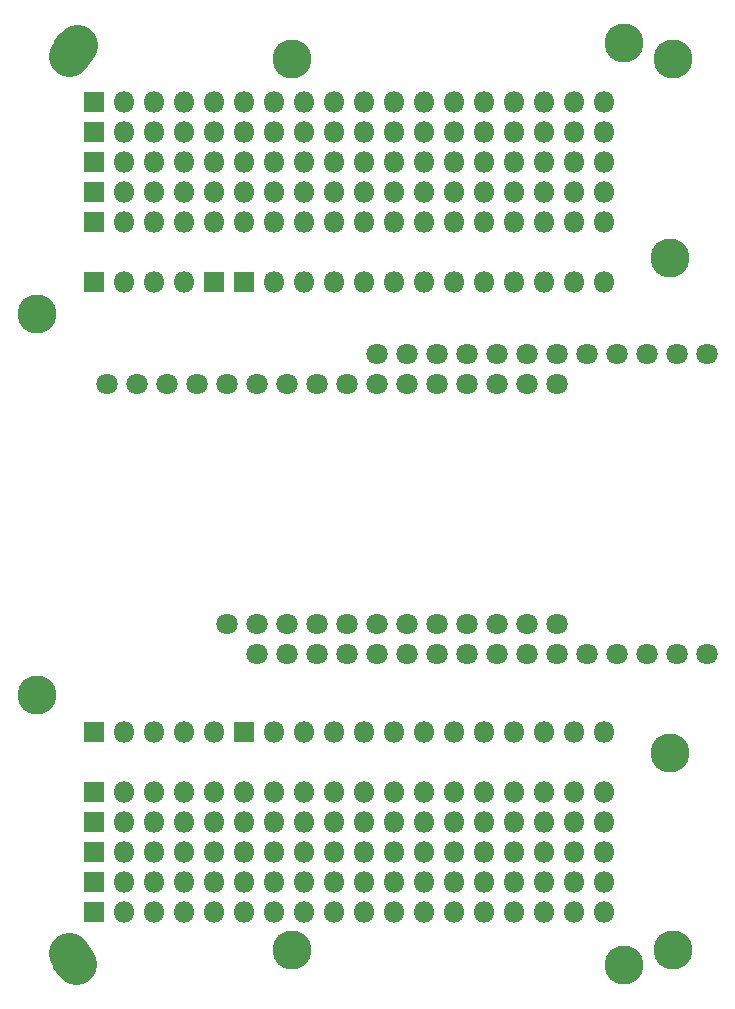
<source format=gbs>
G04 #@! TF.GenerationSoftware,KiCad,Pcbnew,(5.0.0-rc2-dev-444-g2974a2c10)*
G04 #@! TF.CreationDate,2019-11-11T00:06:31-08:00*
G04 #@! TF.ProjectId,CG_Robot_Friend,43475F526F626F745F467269656E642E,v01*
G04 #@! TF.SameCoordinates,Original*
G04 #@! TF.FileFunction,Soldermask,Bot*
G04 #@! TF.FilePolarity,Negative*
%FSLAX46Y46*%
G04 Gerber Fmt 4.6, Leading zero omitted, Abs format (unit mm)*
G04 Created by KiCad (PCBNEW (5.0.0-rc2-dev-444-g2974a2c10)) date 11/11/19 00:06:31*
%MOMM*%
%LPD*%
G01*
G04 APERTURE LIST*
%ADD10C,1.801600*%
%ADD11O,1.801600X1.801600*%
%ADD12R,1.801600X1.801600*%
%ADD13C,3.501600*%
%ADD14C,3.501600*%
%ADD15C,3.301600*%
G04 APERTURE END LIST*
D10*
X105250000Y-100076000D03*
X107790000Y-100076000D03*
X110330000Y-100076000D03*
X112870000Y-100076000D03*
X115410000Y-100076000D03*
X117950000Y-100076000D03*
X120490000Y-100076000D03*
X123030000Y-100076000D03*
X125570000Y-100076000D03*
X128110000Y-100076000D03*
X130650000Y-100076000D03*
X133190000Y-100076000D03*
X135730000Y-100076000D03*
X138270000Y-100076000D03*
X140810000Y-100076000D03*
X143350000Y-100076000D03*
X115410000Y-74676000D03*
X117950000Y-74676000D03*
X120490000Y-74676000D03*
X123030000Y-74676000D03*
X125570000Y-74676000D03*
X128110000Y-74676000D03*
X130650000Y-74676000D03*
X133190000Y-74676000D03*
X135730000Y-74676000D03*
X138270000Y-74676000D03*
X140810000Y-74676000D03*
X143350000Y-74676000D03*
X130657600Y-97536000D03*
X128117600Y-97536000D03*
X125577600Y-97536000D03*
X123037600Y-97536000D03*
X120497600Y-97536000D03*
X117957600Y-97536000D03*
X115417600Y-97536000D03*
X112877600Y-97536000D03*
X110337600Y-97536000D03*
X107797600Y-97536000D03*
X105257600Y-97536000D03*
X102717600Y-97536000D03*
X130657600Y-77216000D03*
X128117600Y-77216000D03*
X125577600Y-77216000D03*
X123037600Y-77216000D03*
X120497600Y-77216000D03*
X117957600Y-77216000D03*
X115417600Y-77216000D03*
X112877600Y-77216000D03*
X110337600Y-77216000D03*
X107797600Y-77216000D03*
X105257600Y-77216000D03*
X102717600Y-77216000D03*
X100177600Y-77216000D03*
X97637600Y-77216000D03*
X95097600Y-77216000D03*
X92557600Y-77216000D03*
D11*
X134620000Y-121920000D03*
X132080000Y-121920000D03*
X129540000Y-121920000D03*
X127000000Y-121920000D03*
X124460000Y-121920000D03*
X121920000Y-121920000D03*
X119380000Y-121920000D03*
X116840000Y-121920000D03*
X114300000Y-121920000D03*
X111760000Y-121920000D03*
X109220000Y-121920000D03*
X106680000Y-121920000D03*
X104140000Y-121920000D03*
X101600000Y-121920000D03*
X99060000Y-121920000D03*
X96520000Y-121920000D03*
X93980000Y-121920000D03*
D12*
X91440000Y-121920000D03*
D11*
X134620000Y-119380000D03*
X132080000Y-119380000D03*
X129540000Y-119380000D03*
X127000000Y-119380000D03*
X124460000Y-119380000D03*
X121920000Y-119380000D03*
X119380000Y-119380000D03*
X116840000Y-119380000D03*
X114300000Y-119380000D03*
X111760000Y-119380000D03*
X109220000Y-119380000D03*
X106680000Y-119380000D03*
X104140000Y-119380000D03*
X101600000Y-119380000D03*
X99060000Y-119380000D03*
X96520000Y-119380000D03*
X93980000Y-119380000D03*
D12*
X91440000Y-119380000D03*
D11*
X134620000Y-116840000D03*
X132080000Y-116840000D03*
X129540000Y-116840000D03*
X127000000Y-116840000D03*
X124460000Y-116840000D03*
X121920000Y-116840000D03*
X119380000Y-116840000D03*
X116840000Y-116840000D03*
X114300000Y-116840000D03*
X111760000Y-116840000D03*
X109220000Y-116840000D03*
X106680000Y-116840000D03*
X104140000Y-116840000D03*
X101600000Y-116840000D03*
X99060000Y-116840000D03*
X96520000Y-116840000D03*
X93980000Y-116840000D03*
D12*
X91440000Y-116840000D03*
D11*
X134620000Y-114300000D03*
X132080000Y-114300000D03*
X129540000Y-114300000D03*
X127000000Y-114300000D03*
X124460000Y-114300000D03*
X121920000Y-114300000D03*
X119380000Y-114300000D03*
X116840000Y-114300000D03*
X114300000Y-114300000D03*
X111760000Y-114300000D03*
X109220000Y-114300000D03*
X106680000Y-114300000D03*
X104140000Y-114300000D03*
X101600000Y-114300000D03*
X99060000Y-114300000D03*
X96520000Y-114300000D03*
X93980000Y-114300000D03*
D12*
X91440000Y-114300000D03*
D11*
X134620000Y-111760000D03*
X132080000Y-111760000D03*
X129540000Y-111760000D03*
X127000000Y-111760000D03*
X124460000Y-111760000D03*
X121920000Y-111760000D03*
X119380000Y-111760000D03*
X116840000Y-111760000D03*
X114300000Y-111760000D03*
X111760000Y-111760000D03*
X109220000Y-111760000D03*
X106680000Y-111760000D03*
X104140000Y-111760000D03*
X101600000Y-111760000D03*
X99060000Y-111760000D03*
X96520000Y-111760000D03*
X93980000Y-111760000D03*
D12*
X91440000Y-111760000D03*
D11*
X134620000Y-63500000D03*
X132080000Y-63500000D03*
X129540000Y-63500000D03*
X127000000Y-63500000D03*
X124460000Y-63500000D03*
X121920000Y-63500000D03*
X119380000Y-63500000D03*
X116840000Y-63500000D03*
X114300000Y-63500000D03*
X111760000Y-63500000D03*
X109220000Y-63500000D03*
X106680000Y-63500000D03*
X104140000Y-63500000D03*
X101600000Y-63500000D03*
X99060000Y-63500000D03*
X96520000Y-63500000D03*
X93980000Y-63500000D03*
D12*
X91440000Y-63500000D03*
D11*
X134620000Y-60960000D03*
X132080000Y-60960000D03*
X129540000Y-60960000D03*
X127000000Y-60960000D03*
X124460000Y-60960000D03*
X121920000Y-60960000D03*
X119380000Y-60960000D03*
X116840000Y-60960000D03*
X114300000Y-60960000D03*
X111760000Y-60960000D03*
X109220000Y-60960000D03*
X106680000Y-60960000D03*
X104140000Y-60960000D03*
X101600000Y-60960000D03*
X99060000Y-60960000D03*
X96520000Y-60960000D03*
X93980000Y-60960000D03*
D12*
X91440000Y-60960000D03*
D11*
X134620000Y-58420000D03*
X132080000Y-58420000D03*
X129540000Y-58420000D03*
X127000000Y-58420000D03*
X124460000Y-58420000D03*
X121920000Y-58420000D03*
X119380000Y-58420000D03*
X116840000Y-58420000D03*
X114300000Y-58420000D03*
X111760000Y-58420000D03*
X109220000Y-58420000D03*
X106680000Y-58420000D03*
X104140000Y-58420000D03*
X101600000Y-58420000D03*
X99060000Y-58420000D03*
X96520000Y-58420000D03*
X93980000Y-58420000D03*
D12*
X91440000Y-58420000D03*
D11*
X134620000Y-106680000D03*
X132080000Y-106680000D03*
X129540000Y-106680000D03*
X127000000Y-106680000D03*
X124460000Y-106680000D03*
X121920000Y-106680000D03*
X119380000Y-106680000D03*
X116840000Y-106680000D03*
X114300000Y-106680000D03*
X111760000Y-106680000D03*
X109220000Y-106680000D03*
X106680000Y-106680000D03*
D12*
X104140000Y-106680000D03*
D11*
X101600000Y-106680000D03*
X99060000Y-106680000D03*
X96520000Y-106680000D03*
X93980000Y-106680000D03*
D12*
X91440000Y-106680000D03*
D11*
X134620000Y-68580000D03*
X132080000Y-68580000D03*
X129540000Y-68580000D03*
X127000000Y-68580000D03*
X124460000Y-68580000D03*
X121920000Y-68580000D03*
X119380000Y-68580000D03*
X116840000Y-68580000D03*
X114300000Y-68580000D03*
X111760000Y-68580000D03*
X109220000Y-68580000D03*
X106680000Y-68580000D03*
D12*
X104140000Y-68580000D03*
X101600000Y-68580000D03*
D11*
X99060000Y-68580000D03*
X96520000Y-68580000D03*
X93980000Y-68580000D03*
D12*
X91440000Y-68580000D03*
D11*
X134620000Y-55880000D03*
X132080000Y-55880000D03*
X129540000Y-55880000D03*
X127000000Y-55880000D03*
X124460000Y-55880000D03*
X121920000Y-55880000D03*
X119380000Y-55880000D03*
X116840000Y-55880000D03*
X114300000Y-55880000D03*
X111760000Y-55880000D03*
X109220000Y-55880000D03*
X106680000Y-55880000D03*
X104140000Y-55880000D03*
X101600000Y-55880000D03*
X99060000Y-55880000D03*
X96520000Y-55880000D03*
X93980000Y-55880000D03*
D12*
X91440000Y-55880000D03*
D11*
X134620000Y-53340000D03*
X132080000Y-53340000D03*
X129540000Y-53340000D03*
X127000000Y-53340000D03*
X124460000Y-53340000D03*
X121920000Y-53340000D03*
X119380000Y-53340000D03*
X116840000Y-53340000D03*
X114300000Y-53340000D03*
X111760000Y-53340000D03*
X109220000Y-53340000D03*
X106680000Y-53340000D03*
X104140000Y-53340000D03*
X101600000Y-53340000D03*
X99060000Y-53340000D03*
X96520000Y-53340000D03*
X93980000Y-53340000D03*
D12*
X91440000Y-53340000D03*
D13*
X89662000Y-48958500D03*
D14*
X89317854Y-49449991D02*
X90006146Y-48467009D01*
D13*
X89598500Y-125857000D03*
D14*
X89283033Y-125406466D02*
X89913967Y-126307534D01*
D15*
X140208000Y-66548000D03*
X140208000Y-108458000D03*
X140462000Y-125095000D03*
X136334500Y-126428500D03*
X108204000Y-125095000D03*
X86614000Y-103505000D03*
X86614000Y-71247000D03*
X108204000Y-49657000D03*
X136334500Y-48323500D03*
X140462000Y-49657000D03*
M02*

</source>
